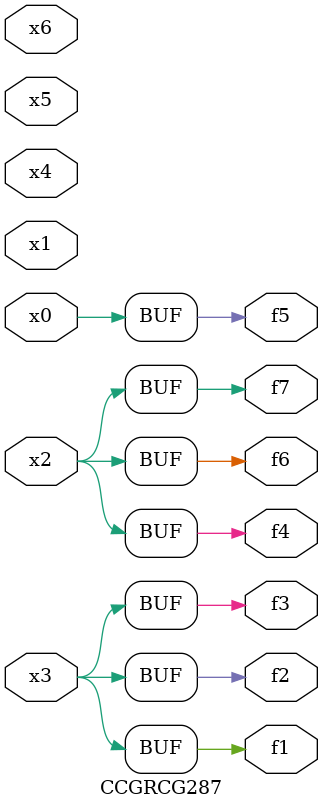
<source format=v>
module CCGRCG287(
	input x0, x1, x2, x3, x4, x5, x6,
	output f1, f2, f3, f4, f5, f6, f7
);
	assign f1 = x3;
	assign f2 = x3;
	assign f3 = x3;
	assign f4 = x2;
	assign f5 = x0;
	assign f6 = x2;
	assign f7 = x2;
endmodule

</source>
